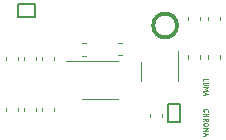
<source format=gto>
%TF.GenerationSoftware,KiCad,Pcbnew,(6.0.10)*%
%TF.CreationDate,2023-12-30T01:12:33+11:00*%
%TF.ProjectId,1-Chip,312d4368-6970-42e6-9b69-6361645f7063,3.2*%
%TF.SameCoordinates,Original*%
%TF.FileFunction,Legend,Top*%
%TF.FilePolarity,Positive*%
%FSLAX46Y46*%
G04 Gerber Fmt 4.6, Leading zero omitted, Abs format (unit mm)*
G04 Created by KiCad (PCBNEW (6.0.10)) date 2023-12-30 01:12:33*
%MOMM*%
%LPD*%
G01*
G04 APERTURE LIST*
%ADD10C,0.100000*%
%ADD11C,0.150000*%
%ADD12C,0.120000*%
%ADD13C,0.160000*%
%ADD14C,0.152400*%
G04 APERTURE END LIST*
D10*
X151357142Y-106354761D02*
X151338095Y-106335714D01*
X151319047Y-106278571D01*
X151319047Y-106240476D01*
X151338095Y-106183333D01*
X151376190Y-106145238D01*
X151414285Y-106126190D01*
X151490476Y-106107142D01*
X151547619Y-106107142D01*
X151623809Y-106126190D01*
X151661904Y-106145238D01*
X151700000Y-106183333D01*
X151719047Y-106240476D01*
X151719047Y-106278571D01*
X151700000Y-106335714D01*
X151680952Y-106354761D01*
X151319047Y-106526190D02*
X151719047Y-106526190D01*
X151528571Y-106526190D02*
X151528571Y-106754761D01*
X151319047Y-106754761D02*
X151719047Y-106754761D01*
X151319047Y-107173809D02*
X151509523Y-107040476D01*
X151319047Y-106945238D02*
X151719047Y-106945238D01*
X151719047Y-107097619D01*
X151700000Y-107135714D01*
X151680952Y-107154761D01*
X151642857Y-107173809D01*
X151585714Y-107173809D01*
X151547619Y-107154761D01*
X151528571Y-107135714D01*
X151509523Y-107097619D01*
X151509523Y-106945238D01*
X151719047Y-107421428D02*
X151719047Y-107497619D01*
X151700000Y-107535714D01*
X151661904Y-107573809D01*
X151585714Y-107592857D01*
X151452380Y-107592857D01*
X151376190Y-107573809D01*
X151338095Y-107535714D01*
X151319047Y-107497619D01*
X151319047Y-107421428D01*
X151338095Y-107383333D01*
X151376190Y-107345238D01*
X151452380Y-107326190D01*
X151585714Y-107326190D01*
X151661904Y-107345238D01*
X151700000Y-107383333D01*
X151719047Y-107421428D01*
X151319047Y-107764285D02*
X151719047Y-107764285D01*
X151433333Y-107897619D01*
X151719047Y-108030952D01*
X151319047Y-108030952D01*
X151433333Y-108202380D02*
X151433333Y-108392857D01*
X151319047Y-108164285D02*
X151719047Y-108297619D01*
X151319047Y-108430952D01*
X151319047Y-103764285D02*
X151319047Y-103573809D01*
X151719047Y-103573809D01*
X151719047Y-103897619D02*
X151395238Y-103897619D01*
X151357142Y-103916666D01*
X151338095Y-103935714D01*
X151319047Y-103973809D01*
X151319047Y-104050000D01*
X151338095Y-104088095D01*
X151357142Y-104107142D01*
X151395238Y-104126190D01*
X151719047Y-104126190D01*
X151319047Y-104316666D02*
X151719047Y-104316666D01*
X151433333Y-104450000D01*
X151719047Y-104583333D01*
X151319047Y-104583333D01*
X151433333Y-104754761D02*
X151433333Y-104945238D01*
X151319047Y-104716666D02*
X151719047Y-104850000D01*
X151319047Y-104983333D01*
D11*
D12*
X151740000Y-101609420D02*
X151740000Y-101890580D01*
X152760000Y-101609420D02*
X152760000Y-101890580D01*
X151740000Y-98359420D02*
X151740000Y-98640580D01*
X152760000Y-98359420D02*
X152760000Y-98640580D01*
D13*
X149010000Y-99070000D02*
G75*
G03*
X149010000Y-99070000I-930000J0D01*
G01*
X149166002Y-99070000D02*
G75*
G03*
X149166002Y-99070000I-1086002J0D01*
G01*
D12*
X150040000Y-101609420D02*
X150040000Y-101890580D01*
X151060000Y-101609420D02*
X151060000Y-101890580D01*
X150040000Y-98359420D02*
X150040000Y-98640580D01*
X151060000Y-98359420D02*
X151060000Y-98640580D01*
X137162000Y-106031420D02*
X137162000Y-106312580D01*
X136142000Y-106031420D02*
X136142000Y-106312580D01*
X138686000Y-101700420D02*
X138686000Y-101981580D01*
X137666000Y-101700420D02*
X137666000Y-101981580D01*
X136142000Y-101713420D02*
X136142000Y-101994580D01*
X137162000Y-101713420D02*
X137162000Y-101994580D01*
X146810000Y-106539420D02*
X146810000Y-106820580D01*
X147830000Y-106539420D02*
X147830000Y-106820580D01*
X134618000Y-101700420D02*
X134618000Y-101981580D01*
X135638000Y-101700420D02*
X135638000Y-101981580D01*
D14*
X149377400Y-105747400D02*
X149377400Y-107220600D01*
X149377400Y-107220600D02*
X148310600Y-107220600D01*
X149377400Y-105747400D02*
X148310600Y-105747400D01*
X148310600Y-105747400D02*
X148310600Y-107220600D01*
D12*
X146014000Y-102991500D02*
X146014000Y-103791500D01*
X146014000Y-102991500D02*
X146014000Y-102191500D01*
X149134000Y-102991500D02*
X149134000Y-101191500D01*
X149134000Y-102991500D02*
X149134000Y-103791500D01*
X144412580Y-101602000D02*
X144131420Y-101602000D01*
X144412580Y-100582000D02*
X144131420Y-100582000D01*
D14*
X135590400Y-98323400D02*
X137063600Y-98323400D01*
X135590400Y-97256600D02*
X137063600Y-97256600D01*
X135590400Y-97256600D02*
X135590400Y-98323400D01*
X137063600Y-97256600D02*
X137063600Y-98323400D01*
D12*
X134618000Y-106057420D02*
X134618000Y-106338580D01*
X135638000Y-106057420D02*
X135638000Y-106338580D01*
X141069420Y-100590000D02*
X141350580Y-100590000D01*
X141069420Y-101610000D02*
X141350580Y-101610000D01*
X137666000Y-106044420D02*
X137666000Y-106325580D01*
X138686000Y-106044420D02*
X138686000Y-106325580D01*
X142582000Y-102060000D02*
X144082000Y-102060000D01*
X142582000Y-105280000D02*
X141082000Y-105280000D01*
X142582000Y-105280000D02*
X144082000Y-105280000D01*
X142582000Y-102060000D02*
X139707000Y-102060000D01*
M02*

</source>
